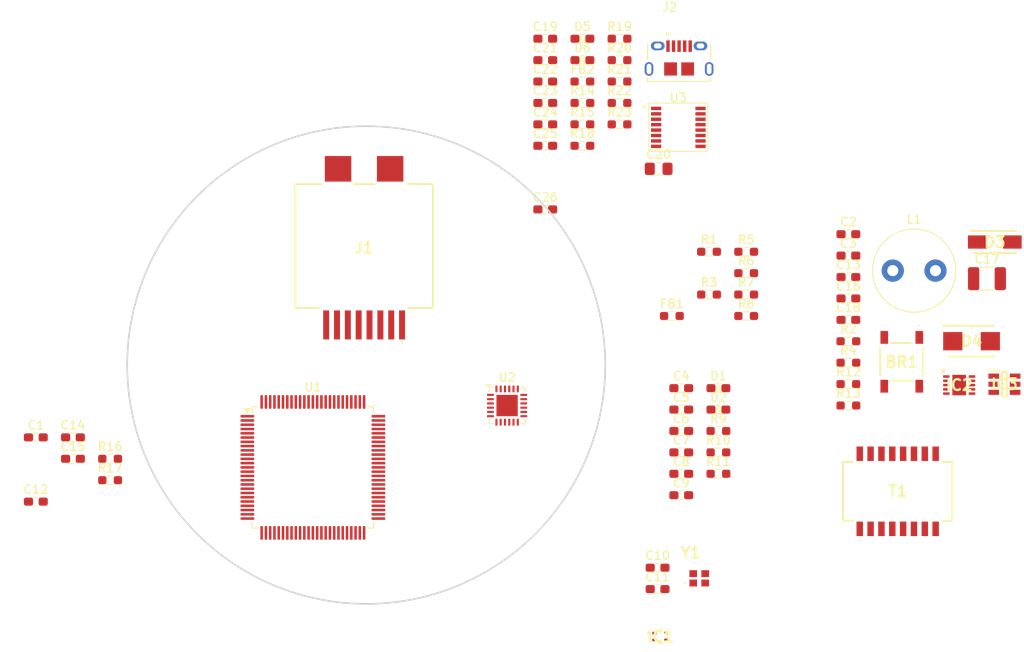
<source format=kicad_pcb>
(kicad_pcb (version 20240108) (generator "pcbnew") (generator_version "8.0")
  (layers (0 "F.Cu" signal) (31 "B.Cu" signal) (34 "B.Paste" user) (35 "F.Paste" user) (36 "B.SilkS" user "B.Silkscreen") (37 "F.SilkS" user "F.Silkscreen") (38 "B.Mask" user) (39 "F.Mask" user) (44 "Edge.Cuts" user))
  (net 0 "")
  (net 1 "GND")
  (net 2 "Net-(C1-Pad1)")
  (net 3 "Net-(BR1-+)")
  (net 4 "/Power over Ethernet/CT2")
  (net 5 "Net-(U2-VDD1A)")
  (net 6 "/Ethernet/3V3")
  (net 7 "Net-(C12-Pad2)")
  (net 8 "Net-(C12-Pad1)")
  (net 9 "Net-(U2-VDDCR)")
  (net 20 "Net-(U1-PH0)")
  (net 41 "Net-(U1-VSS-Pad10)")
  (net 75 "Net-(U1-PH1)")
  (net 107 "Net-(D1-K)")
  (net 108 "Net-(D1-A)")
  (net 109 "Net-(D2-K)")
  (net 110 "Net-(D2-A)")
  (net 111 "/Ethernet/RX_N")
  (net 112 "/Ethernet/RX_P")
  (net 113 "/Ethernet/TX_N")
  (net 114 "/Ethernet/CLK")
  (net 115 "/Power over Ethernet/CT1")
  (net 116 "/Ethernet/TX_P")
  (net 117 "Net-(U2-RBIAS)")
  (net 118 "/Ethernet/RXD0{slash}MODE0")
  (net 119 "/Ethernet/MDIO")
  (net 120 "/Ethernet/nRST")
  (net 122 "Net-(C14-Pad1)")
  (net 123 "/Ethernet/RXD1{slash}MODE1")
  (net 124 "/Ethernet/TXD1")
  (net 125 "/Ethernet/MDC")
  (net 126 "Net-(IC3-CB)")
  (net 127 "/Ethernet/TXEN")
  (net 128 "/Ethernet/RXER{slash}PHYAD0")
  (net 129 "/Ethernet/TXD0")
  (net 130 "Net-(D4-K)")
  (net 131 "Net-(J2-VCC)")
  (net 132 "/Ethernet/CRS_DV{slash}MODE2")
  (net 133 "/Power over Ethernet/3V3")
  (net 134 "Net-(IC2-RTN)")
  (net 136 "Net-(IC2-PG)")
  (net 138 "Net-(IC2-CLS)")
  (net 139 "Net-(U3-VCC)")
  (net 140 "Net-(U3-USBDM)")
  (net 141 "Net-(U3-USBDP)")
  (net 142 "Net-(U3-3V3OUT)")
  (net 145 "Net-(IC2-DET)")
  (net 146 "Net-(IC3-FB)")
  (net 147 "Net-(T1-TX1+)")
  (net 149 "Net-(T1-TX2+)")
  (net 153 "Net-(T1-TX2-)")
  (net 154 "Net-(T1-TX1-)")
  (net 155 "Net-(T1-CT2_2)")
  (net 156 "Net-(T1-CT1_2)")
  (net 157 "/Ethernet/CT1")
  (net 158 "/Ethernet/CT2")
  (net 163 "/Measurement/3V3")
  (net 164 "Net-(D5-A)")
  (net 165 "Net-(D5-K)")
  (net 166 "Net-(D6-A)")
  (net 167 "Net-(D6-K)")
  (net 168 "/Measurement/SDA")
  (net 169 "/Measurement/SCL")
  (net 170 "Net-(J2-D+)")
  (net 171 "Net-(J2-D-)")
  (net 173 "/USB/UART_TX")
  (net 174 "/USB/3V3")
  (net 175 "/USB/UART_RX")
  (net 176 "Net-(U3-~{RTS})")
  (net 177 "Net-(U3-~{CTS})")
  (footprint "benediktibk:SM13126PEL" (layer "F.Cu") (at 212.25 113.8)
    (property "Reference" "T1" (at 0 0 0) (layer "F.SilkS") (effects (font (size 1.27 1.27) (thickness 0.254))))
    (property "Value" "SM13126PEL" (hide yes))
    (pad "1" smd rect (at -4.445 4.4) (size 0.76 1.7) (layers "F.Cu" "F.Paste" "F.Mask") (net 116 "/Ethernet/TX_P"))
    (pad "2" smd rect (at -3.175 4.4) (size 0.76 1.7) (layers "F.Cu" "F.Paste" "F.Mask") (net 157 "/Ethernet/CT1"))
    (pad "3" smd rect (at -1.905 4.4) (size 0.76 1.7) (layers "F.Cu" "F.Paste" "F.Mask") (net 113 "/Ethernet/TX_N"))
    (pad "4" smd rect (at -0.635 4.4) (size 0.76 1.7) (layers "F.Cu" "F.Paste" "F.Mask"))
    (pad "5" smd rect (at 0.635 4.4) (size 0.76 1.7) (layers "F.Cu" "F.Paste" "F.Mask"))
    (pad "6" smd rect (at 1.905 4.4) (size 0.76 1.7) (layers "F.Cu" "F.Paste" "F.Mask") (net 112 "/Ethernet/RX_P"))
    (pad "7" smd rect (at 3.175 4.4) (size 0.76 1.7) (layers "F.Cu" "F.Paste" "F.Mask") (net 158 "/Ethernet/CT2"))
    (pad "8" smd rect (at 4.445 4.4) (size 0.76 1.7) (layers "F.Cu" "F.Paste" "F.Mask") (net 111 "/Ethernet/RX_N"))
    (pad "9" smd rect (at 4.445 -4.4) (size 0.76 1.7) (layers "F.Cu" "F.Paste" "F.Mask") (net 153 "Net-(T1-TX2-)"))
    (pad "10" smd rect (at 3.175 -4.4) (size 0.76 1.7) (layers "F.Cu" "F.Paste" "F.Mask") (net 155 "Net-(T1-CT2_2)"))
    (pad "11" smd rect (at 1.905 -4.4) (size 0.76 1.7) (layers "F.Cu" "F.Paste" "F.Mask") (net 149 "Net-(T1-TX2+)"))
    (pad "12" smd rect (at 0.635 -4.4) (size 0.76 1.7) (layers "F.Cu" "F.Paste" "F.Mask"))
    (pad "13" smd rect (at -0.635 -4.4) (size 0.76 1.7) (layers "F.Cu" "F.Paste" "F.Mask"))
    (pad "14" smd rect (at -1.905 -4.4) (size 0.76 1.7) (layers "F.Cu" "F.Paste" "F.Mask") (net 154 "Net-(T1-TX1-)"))
    (pad "15" smd rect (at -3.175 -4.4) (size 0.76 1.7) (layers "F.Cu" "F.Paste" "F.Mask") (net 156 "Net-(T1-CT1_2)"))
    (pad "16" smd rect (at -4.445 -4.4) (size 0.76 1.7) (layers "F.Cu" "F.Paste" "F.Mask") (net 147 "Net-(T1-TX1+)"))
  )
  (footprint "benediktibk:R_0603_1608Metric_Pad0.98x0.95mm_HandSolder" (layer "F.Cu") (at 194.5 85.72)
    (property "Reference" "R5" (at 0 -1.43 0) (layer "F.SilkS"))
    (property "Value" "47Ohm")
    (pad "1" smd roundrect (at -0.9125 0) (size 0.975 0.95) (layers "F.Cu" "F.Paste" "F.Mask") (net 5 "Net-(U2-VDD1A)"))
    (pad "2" smd roundrect (at 0.9125 0) (size 0.975 0.95) (layers "F.Cu" "F.Paste" "F.Mask") (net 111 "/Ethernet/RX_N"))
  )
  (footprint "benediktibk:C_0603_1608Metric_Pad1.08x0.95mm_HandSolder" (layer "F.Cu") (at 186.9 111.75)
    (property "Reference" "C8" (at 0 -1.43 0) (layer "F.SilkS"))
    (property "Value" "1uF")
    (pad "1" smd roundrect (at -0.8625 0) (size 1.075 0.95) (layers "F.Cu" "F.Paste" "F.Mask") (net 1 "GND"))
    (pad "2" smd roundrect (at 0.8625 0) (size 1.075 0.95) (layers "F.Cu" "F.Paste" "F.Mask") (net 9 "Net-(U2-VDDCR)"))
  )
  (footprint "benediktibk:R_0603_1608Metric_Pad0.98x0.95mm_HandSolder" (layer "F.Cu") (at 191.25 106.73)
    (property "Reference" "R9" (at 0 -1.43 0) (layer "F.SilkS"))
    (property "Value" "270Ohm")
    (pad "1" smd roundrect (at -0.9125 0) (size 0.975 0.95) (layers "F.Cu" "F.Paste" "F.Mask") (net 109 "Net-(D2-K)"))
    (pad "2" smd roundrect (at 0.9125 0) (size 0.975 0.95) (layers "F.Cu" "F.Paste" "F.Mask") (net 1 "GND"))
  )
  (footprint "benediktibk:CX2016FB25000C0FZZH1" (layer "F.Cu") (at 189 124)
    (property "Reference" "Y1" (at -1 -3 0) (layer "F.SilkS") (effects (font (size 1.27 1.27) (thickness 0.254))))
    (property "Value" "CX2016FB25000C0FZZH1" (hide yes))
    (pad "1" smd rect (at -0.7 0.55 90) (size 0.8 0.9) (layers "F.Cu" "F.Paste" "F.Mask") (net 20 "Net-(U1-PH0)"))
    (pad "2" smd rect (at 0.7 0.55 90) (size 0.8 0.9) (layers "F.Cu" "F.Paste" "F.Mask") (net 1 "GND"))
    (pad "3" smd rect (at 0.7 -0.55 90) (size 0.8 0.9) (layers "F.Cu" "F.Paste" "F.Mask") (net 75 "Net-(U1-PH1)"))
    (pad "4" smd rect (at -0.7 -0.55 90) (size 0.8 0.9) (layers "F.Cu" "F.Paste" "F.Mask") (net 1 "GND"))
  )
  (footprint "benediktibk:C_0603_1608Metric_Pad1.08x0.95mm_HandSolder" (layer "F.Cu") (at 186.9 106.73)
    (property "Reference" "C6" (at 0 -1.43 0) (layer "F.SilkS"))
    (property "Value" "100nF")
    (pad "1" smd roundrect (at -0.8625 0) (size 1.075 0.95) (layers "F.Cu" "F.Paste" "F.Mask") (net 5 "Net-(U2-VDD1A)"))
    (pad "2" smd roundrect (at 0.8625 0) (size 1.075 0.95) (layers "F.Cu" "F.Paste" "F.Mask") (net 1 "GND"))
  )
  (footprint "benediktibk:D_0603_1608Metric_Pad1.05x0.95mm_HandSolder" (layer "F.Cu") (at 191.25 104.22)
    (property "Reference" "D2" (at 0 -1.43 0) (layer "F.SilkS"))
    (property "Value" "100Mbps")
    (pad "1" smd roundrect (at -0.875 0) (size 1.05 0.95) (layers "F.Cu" "F.Paste" "F.Mask") (net 109 "Net-(D2-K)"))
    (pad "2" smd roundrect (at 0.875 0) (size 1.05 0.95) (layers "F.Cu" "F.Paste" "F.Mask") (net 110 "Net-(D2-A)"))
  )
  (footprint "benediktibk:R_0603_1608Metric_Pad0.98x0.95mm_HandSolder" (layer "F.Cu") (at 206.475 101.235)
    (property "Reference" "R12" (at 0 -1.43 0) (layer "F.SilkS"))
    (property "Value" "10kOhm")
    (pad "1" smd roundrect (at -0.9125 0) (size 0.975 0.95) (layers "F.Cu" "F.Paste" "F.Mask") (net 146 "Net-(IC3-FB)"))
    (pad "2" smd roundrect (at 0.9125 0) (size 0.975 0.95) (layers "F.Cu" "F.Paste" "F.Mask") (net 1 "GND"))
  )
  (footprint "benediktibk:C_0603_1608Metric_Pad1.08x0.95mm_HandSolder" (layer "F.Cu") (at 170.97 80.76)
    (property "Reference" "C26" (at 0 -1.43 0) (layer "F.SilkS"))
    (property "Value" "C_100nF_SMD_0603_50V")
    (pad "1" smd roundrect (at -0.8625 0) (size 1.075 0.95) (layers "F.Cu" "F.Paste" "F.Mask") (net 163 "/Measurement/3V3"))
    (pad "2" smd roundrect (at 0.8625 0) (size 1.075 0.95) (layers "F.Cu" "F.Paste" "F.Mask") (net 1 "GND"))
  )
  (footprint "benediktibk:R_0603_1608Metric_Pad0.98x0.95mm_HandSolder" (layer "F.Cu") (at 190.15 85.72)
    (property "Reference" "R1" (at 0 -1.43 0) (layer "F.SilkS"))
    (property "Value" "75Ohm")
    (pad "1" smd roundrect (at -0.9125 0) (size 0.975 0.95) (layers "F.Cu" "F.Paste" "F.Mask") (net 155 "Net-(T1-CT2_2)"))
    (pad "2" smd roundrect (at 0.9125 0) (size 0.975 0.95) (layers "F.Cu" "F.Paste" "F.Mask") (net 2 "Net-(C1-Pad1)"))
  )
  (footprint "benediktibk:R_0603_1608Metric_Pad0.98x0.95mm_HandSolder" (layer "F.Cu") (at 120 112.5)
    (property "Reference" "R17" (at 0 -1.43 0) (layer "F.SilkS"))
    (property "Value" "75Ohm")
    (pad "1" smd roundrect (at -0.9125 0) (size 0.975 0.95) (layers "F.Cu" "F.Paste" "F.Mask") (net 158 "/Ethernet/CT2"))
    (pad "2" smd roundrect (at 0.9125 0) (size 0.975 0.95) (layers "F.Cu" "F.Paste" "F.Mask") (net 8 "Net-(C12-Pad1)"))
  )
  (footprint "benediktibk:R_0603_1608Metric_Pad0.98x0.95mm_HandSolder" (layer "F.Cu") (at 206.475 103.745)
    (property "Reference" "R13" (at 0 -1.43 0) (layer "F.SilkS"))
    (property "Value" "33kOhm")
    (pad "1" smd roundrect (at -0.9125 0) (size 0.975 0.95) (layers "F.Cu" "F.Paste" "F.Mask") (net 133 "/Power over Ethernet/3V3"))
    (pad "2" smd roundrect (at 0.9125 0) (size 0.975 0.95) (layers "F.Cu" "F.Paste" "F.Mask") (net 146 "Net-(IC3-FB)"))
  )
  (footprint "benediktibk:C_0603_1608Metric_Pad1.08x0.95mm_HandSolder" (layer "F.Cu") (at 170.97 68.28)
    (property "Reference" "C23" (at 0 -1.43 0) (layer "F.SilkS"))
    (property "Value" "47pF")
    (pad "1" smd roundrect (at -0.8625 0) (size 1.075 0.95) (layers "F.Cu" "F.Paste" "F.Mask") (net 140 "Net-(U3-USBDM)"))
    (pad "2" smd roundrect (at 0.8625 0) (size 1.075 0.95) (layers "F.Cu" "F.Paste" "F.Mask") (net 1 "GND"))
  )
  (footprint "benediktibk:C_0603_1608Metric_Pad1.08x0.95mm_HandSolder" (layer "F.Cu") (at 115.65 109.99)
    (property "Reference" "C15" (at 0 -1.43 0) (layer "F.SilkS"))
    (property "Value" "1nF 3kV")
    (pad "1" smd roundrect (at -0.8625 0) (size 1.075 0.95) (layers "F.Cu" "F.Paste" "F.Mask") (net 7 "Net-(C12-Pad2)"))
    (pad "2" smd roundrect (at 0.8625 0) (size 1.075 0.95) (layers "F.Cu" "F.Paste" "F.Mask") (net 1 "GND"))
  )
  (footprint "benediktibk:C_0603_1608Metric_Pad1.08x0.95mm_HandSolder" (layer "F.Cu") (at 111.3 115.01)
    (property "Reference" "C12" (at 0 -1.43 0) (layer "F.SilkS"))
    (property "Value" "10nF 100V")
    (pad "1" smd roundrect (at -0.8625 0) (size 1.075 0.95) (layers "F.Cu" "F.Paste" "F.Mask") (net 8 "Net-(C12-Pad1)"))
    (pad "2" smd roundrect (at 0.8625 0) (size 1.075 0.95) (layers "F.Cu" "F.Paste" "F.Mask") (net 7 "Net-(C12-Pad2)"))
  )
  (footprint "benediktibk:C_0603_1608Metric_Pad1.08x0.95mm_HandSolder" (layer "F.Cu") (at 206.475 91.195)
    (property "Reference" "C16" (at 0 -1.43 0) (layer "F.SilkS"))
    (property "Value" "68nF 100V")
    (pad "1" smd roundrect (at -0.8625 0) (size 1.075 0.95) (layers "F.Cu" "F.Paste" "F.Mask") (net 3 "Net-(BR1-+)"))
    (pad "2" smd roundrect (at 0.8625 0) (size 1.075 0.95) (layers "F.Cu" "F.Paste" "F.Mask") (net 1 "GND"))
  )
  (footprint "benediktibk:R_0603_1608Metric_Pad0.98x0.95mm_HandSolder" (layer "F.Cu") (at 120 109.99)
    (property "Reference" "R16" (at 0 -1.43 0) (layer "F.SilkS"))
    (property "Value" "75Ohm")
    (pad "1" smd roundrect (at -0.9125 0) (size 0.975 0.95) (layers "F.Cu" "F.Paste" "F.Mask") (net 157 "/Ethernet/CT1"))
    (pad "2" smd roundrect (at 0.9125 0) (size 0.975 0.95) (layers "F.Cu" "F.Paste" "F.Mask") (net 122 "Net-(C14-Pad1)"))
  )
  (footprint "benediktibk:SOT95P280X110-6N" (layer "F.Cu") (at 224.75 101.25)
    (property "Reference" "IC3" (at 0 0 0) (layer "F.SilkS") (effects (font (size 1.27 1.27) (thickness 0.254))))
    (property "Value" "LV2862XLVDDCR" (hide yes))
    (pad "1" smd rect (at -1.25 -0.95 90) (size 0.6 1.25) (layers "F.Cu" "F.Paste" "F.Mask") (net 126 "Net-(IC3-CB)"))
    (pad "2" smd rect (at -1.25 0 90) (size 0.6 1.25) (layers "F.Cu" "F.Paste" "F.Mask") (net 1 "GND"))
    (pad "3" smd rect (at -1.25 0.95 90) (size 0.6 1.25) (layers "F.Cu" "F.Paste" "F.Mask") (net 146 "Net-(IC3-FB)"))
    (pad "4" smd rect (at 1.25 0.95 90) (size 0.6 1.25) (layers "F.Cu" "F.Paste" "F.Mask") (net 136 "Net-(IC2-PG)"))
    (pad "5" smd rect (at 1.25 0 90) (size 0.6 1.25) (layers "F.Cu" "F.Paste" "F.Mask") (net 3 "Net-(BR1-+)"))
    (pad "6" smd rect (at 1.25 -0.95 90) (size 0.6 1.25) (layers "F.Cu" "F.Paste" "F.Mask") (net 130 "Net-(D4-K)"))
  )
  (footprint "benediktibk:QFN-24-1EP_4x4mm_P0.5mm_EP2.5x2.5mm" (layer "F.Cu") (at 166.5 103.75)
    (property "Reference" "U2" (at 0 -3.3 0) (layer "F.SilkS"))
    (property "Value" "LAN8720A")
    (pad "1" smd roundrect (at -1.95 -1.25) (size 0.8 0.25) (layers "F.Cu" "F.Paste" "F.Mask") (net 5 "Net-(U2-VDD1A)"))
    (pad "2" smd roundrect (at -1.95 -0.75) (size 0.8 0.25) (layers "F.Cu" "F.Paste" "F.Mask") (net 110 "Net-(D2-A)"))
    (pad "3" smd roundrect (at -1.95 -0.25) (size 0.8 0.25) (layers "F.Cu" "F.Paste" "F.Mask") (net 108 "Net-(D1-A)"))
    (pad "4" smd roundrect (at -1.95 0.25) (size 0.8 0.25) (layers "F.Cu" "F.Paste" "F.Mask"))
    (pad "5" smd roundrect (at -1.95 0.75) (size 0.8 0.25) (layers "F.Cu" "F.Paste" "F.Mask") (net 114 "/Ethernet/CLK"))
    (pad "6" smd roundrect (at -1.95 1.25) (size 0.8 0.25) (layers "F.Cu" "F.Paste" "F.Mask") (net 9 "Net-(U2-VDDCR)"))
    (pad "7" smd roundrect (at -1.25 1.95) (size 0.25 0.8) (layers "F.Cu" "F.Paste" "F.Mask") (net 123 "/Ethernet/RXD1{slash}MODE1"))
    (pad "8" smd roundrect (at -0.75 1.95) (size 0.25 0.8) (layers "F.Cu" "F.Paste" "F.Mask") (net 118 "/Ethernet/RXD0{slash}MODE0"))
    (pad "9" smd roundrect (at -0.25 1.95) (size 0.25 0.8) (layers "F.Cu" "F.Paste" "F.Mask") (net 5 "Net-(U2-VDD1A)"))
    (pad "10" smd roundrect (at 0.25 1.95) (size 0.25 0.8) (layers "F.Cu" "F.Paste" "F.Mask") (net 128 "/Ethernet/RXER{slash}PHYAD0"))
    (pad "11" smd roundrect (at 0.75 1.95) (size 0.25 0.8) (layers "F.Cu" "F.Paste" "F.Mask") (net 132 "/Ethernet/CRS_DV{slash}MODE2"))
    (pad "12" smd roundrect (at 1.25 1.95) (size 0.25 0.8) (layers "F.Cu" "F.Paste" "F.Mask") (net 119 "/Ethernet/MDIO"))
    (pad "13" smd roundrect (at 1.95 1.25) (size 0.8 0.25) (layers "F.Cu" "F.Paste" "F.Mask") (net 125 "/Ethernet/MDC"))
    (pad "14" smd roundrect (at 1.95 0.75) (size 0.8 0.25) (layers "F.Cu" "F.Paste" "F.Mask"))
    (pad "15" smd roundrect (at 1.95 0.25) (size 0.8 0.25) (layers "F.Cu" "F.Paste" "F.Mask") (net 120 "/Ethernet/nRST"))
    (pad "16" smd roundrect (at 1.95 -0.25) (size 0.8 0.25) (layers "F.Cu" "F.Paste" "F.Mask") (net 127 "/Ethernet/TXEN"))
    (pad "17" smd roundrect (at 1.95 -0.75) (size 0.8 0.25) (layers "F.Cu" "F.Paste" "F.Mask") (net 129 "/Ethernet/TXD0"))
    (pad "18" smd roundrect (at 1.95 -1.25) (size 0.8 0.25) (layers "F.Cu" "F.Paste" "F.Mask") (net 124 "/Ethernet/TXD1"))
    (pad "19" smd roundrect (at 1.25 -1.95) (size 0.25 0.8) (layers "F.Cu" "F.Paste" "F.Mask") (net 5 "Net-(U2-VDD1A)"))
    (pad "20" smd roundrect (at 0.75 -1.95) (size 0.25 0.8) (layers "F.Cu" "F.Paste" "F.Mask") (net 113 "/Ethernet/TX_N"))
    (pad "21" smd roundrect (at 0.25 -1.95) (size 0.25 0.8) (layers "F.Cu" "F.Paste" "F.Mask") (net 116 "/Ethernet/TX_P"))
    (pad "22" smd roundrect (at -0.25 -1.95) (size 0.25 0.8) (layers "F.Cu" "F.Paste" "F.Mask") (net 111 "/Ethernet/RX_N"))
    (pad "23" smd roundrect (at -0.75 -1.95) (size 0.25 0.8) (layers "F.Cu" "F.Paste" "F.Mask") (net 112 "/Ethernet/RX_P"))
    (pad "24" smd roundrect (at -1.25 -1.95) (size 0.25 0.8) (layers "F.Cu" "F.Paste" "F.Mask") (net 117 "Net-(U2-RBIAS)"))
    (pad "25" smd rect (at 0 0) (size 2.5 2.5) (property pad_prop_heatsink) (layers "F.Cu" "F.Mask") (net 1 "GND"))
  )
  (footprint "benediktibk:C_0603_1608Metric_Pad1.08x0.95mm_HandSolder" (layer "F.Cu") (at 170.97 60.75)
    (property "Reference" "C19" (at 0 -1.43 0) (layer "F.SilkS"))
    (property "Value" "10nF")
    (pad "1" smd roundrect (at -0.8625 0) (size 1.075 0.95) (layers "F.Cu" "F.Paste" "F.Mask") (net 131 "Net-(J2-VCC)"))
    (pad "2" smd roundrect (at 0.8625 0) (size 1.075 0.95) (layers "F.Cu" "F.Paste" "F.Mask") (net 1 "GND"))
  )
  (footprint "benediktibk:C_0603_1608Metric_Pad1.08x0.95mm_HandSolder" (layer "F.Cu") (at 184.125 125.265)
    (property "Reference" "C11" (at 0 -1.43 0) (layer "F.SilkS"))
    (property "Value" "3.5pF")
    (pad "1" smd roundrect (at -0.8625 0) (size 1.075 0.95) (layers "F.Cu" "F.Paste" "F.Mask") (net 75 "Net-(U1-PH1)"))
    (pad "2" smd roundrect (at 0.8625 0) (size 1.075 0.95) (layers "F.Cu" "F.Paste" "F.Mask") (net 1 "GND"))
  )
  (footprint "benediktibk:C_0603_1608Metric_Pad1.08x0.95mm_HandSolder" (layer "F.Cu") (at 170.97 70.79)
    (property "Reference" "C24" (at 0 -1.43 0) (layer "F.SilkS"))
    (property "Value" "47pF")
    (pad "1" smd roundrect (at -0.8625 0) (size 1.075 0.95) (layers "F.Cu" "F.Paste" "F.Mask") (net 141 "Net-(U3-USBDP)"))
    (pad "2" smd roundrect (at 0.8625 0) (size 1.075 0.95) (layers "F.Cu" "F.Paste" "F.Mask") (net 1 "GND"))
  )
  (footprint "benediktibk:R_0603_1608Metric_Pad0.98x0.95mm_HandSolder" (layer "F.Cu") (at 175.32 70.79)
    (property "Reference" "R15" (at 0 -1.43 0) (layer "F.SilkS"))
    (property "Value" "27Ohm")
    (pad "1" smd roundrect (at -0.9125 0) (size 0.975 0.95) (layers "F.Cu" "F.Paste" "F.Mask") (net 141 "Net-(U3-USBDP)"))
    (pad "2" smd roundrect (at 0.9125 0) (size 0.975 0.95) (layers "F.Cu" "F.Paste" "F.Mask") (net 170 "Net-(J2-D+)"))
  )
  (footprint "benediktibk:ABS8" (layer "F.Cu") (at 212.725 98.62)
    (property "Reference" "BR1" (at 0 0 0) (layer "F.SilkS") (effects (font (size 1.27 1.27) (thickness 0.254))))
    (property "Value" "ABS8" (hide yes))
    (pad "1" smd rect (at 2.05 -2.86) (size 0.9 1.5) (layers "F.Cu" "F.Paste" "F.Mask") (net 3 "Net-(BR1-+)"))
    (pad "2" smd rect (at 2.05 2.86) (size 0.9 1.5) (layers "F.Cu" "F.Paste" "F.Mask") (net 115 "/Power over Ethernet/CT1"))
    (pad "3" smd rect (at -2.05 2.86) (size 0.9 1.5) (layers "F.Cu" "F.Paste" "F.Mask") (net 4 "/Power over Ethernet/CT2"))
    (pad "4" smd rect (at -2.05 -2.86) (size 0.9 1.5) (layers "F.Cu" "F.Paste" "F.Mask") (net 1 "GND"))
  )
  (footprint "benediktibk:C_1210_3225Metric_Pad1.33x2.70mm_HandSolder" (layer "F.Cu") (at 222.705 88.875)
    (property "Reference" "C17" (at 0 -2.3 0) (layer "F.SilkS"))
    (property "Value" "10uF")
    (pad "1" smd roundrect (at -1.5625 0) (size 1.325 2.7) (layers "F.Cu" "F.Paste" "F.Mask") (roundrect_rratio 0.188679) (net 133 "/Power over Ethernet/3V3"))
    (pad "2" smd roundrect (at 1.5625 0) (size 1.325 2.7) (layers "F.Cu" "F.Paste" "F.Mask") (roundrect_rratio 0.188679) (net 1 "GND"))
  )
  (footprint "benediktibk:R_0603_1608Metric_Pad0.98x0.95mm_HandSolder" (layer "F.Cu") (at 194.5 93.25)
    (property "Reference" "R8" (at 0 -1.43 0) (layer "F.SilkS"))
    (property "Value" "47Ohm")
    (pad "1" smd roundrect (at -0.9125 0) (size 0.975 0.95) (layers "F.Cu" "F.Paste" "F.Mask") (net 5 "Net-(U2-VDD1A)"))
    (pad "2" smd roundrect (at 0.9125 0) (size 0.975 0.95) (layers "F.Cu" "F.Paste" "F.Mask") (net 116 "/Ethernet/TX_P"))
  )
  (footprint "benediktibk:C_0603_1608Metric_Pad1.08x0.95mm_HandSolder" (layer "F.Cu") (at 170.97 65.77)
    (property "Reference" "C22" (at 0 -1.43 0) (layer "F.SilkS"))
    (property "Value" "100nF")
    (pad "1" smd roundrect (at -0.8625 0) (size 1.075 0.95) (layers "F.Cu" "F.Paste" "F.Mask") (net 139 "Net-(U3-VCC)"))
    (pad "2" smd roundrect (at 0.8625 0) (size 1.075 0.95) (layers "F.Cu" "F.Paste" "F.Mask") (net 1 "GND"))
  )
  (footprint "benediktibk:R_0603_1608Metric_Pad0.98x0.95mm_HandSolder" (layer "F.Cu") (at 206.475 96.215)
    (property "Reference" "R2" (at 0 -1.43 0) (layer "F.SilkS"))
    (property "Value" "619Ohm")
    (pad "1" smd roundrect (at -0.9125 0) (size 0.975 0.95) (layers "F.Cu" "F.Paste" "F.Mask") (net 138 "Net-(IC2-CLS)"))
    (pad "2" smd roundrect (at 0.9125 0) (size 0.975 0.95) (layers "F.Cu" "F.Paste" "F.Mask") (net 1 "GND"))
  )
  (footprint "benediktibk:D_0603_1608Metric_Pad1.05x0.95mm_HandSolder" (layer "F.Cu") (at 191.25 101.71)
    (property "Reference" "D1" (at 0 -1.43 0) (layer "F.SilkS"))
    (property "Value" "link/active")
    (pad "1" smd roundrect (at -0.875 0) (size 1.05 0.95) (layers "F.Cu" "F.Paste" "F.Mask") (net 107 "Net-(D1-K)"))
    (pad "2" smd roundrect (at 0.875 0) (size 1.05 0.95) (layers "F.Cu" "F.Paste" "F.Mask") (net 108 "Net-(D1-A)"))
  )
  (footprint "benediktibk:R_0603_1608Metric_Pad0.98x0.95mm_HandSolder" (layer "F.Cu") (at 175.32 65.77)
    (property "Reference" "FB2" (at 0 -1.43 0) (layer "F.SilkS"))
    (property "Value" "BLM18P")
    (pad "1" smd roundrect (at -0.9125 0) (size 0.975 0.95) (layers "F.Cu" "F.Paste" "F.Mask") (net 131 "Net-(J2-VCC)"))
    (pad "2" smd roundrect (at 0.9125 0) (size 0.975 0.95) (layers "F.Cu" "F.Paste" "F.Mask") (net 139 "Net-(U3-VCC)"))
  )
  (footprint "benediktibk:R_0603_1608Metric_Pad0.98x0.95mm_HandSolder" (layer "F.Cu") (at 179.67 68.28)
    (property "Reference" "R22" (at 0 -1.43 0) (layer "F.SilkS"))
    (property "Value" "10kOhm")
    (pad "1" smd roundrect (at -0.9125 0) (size 0.975 0.95) (layers "F.Cu" "F.Paste" "F.Mask") (net 174 "/USB/3V3"))
    (pad "2" smd roundrect (at 0.9125 0) (size 0.975 0.95) (layers "F.Cu" "F.Paste" "F.Mask") (net 176 "Net-(U3-~{RTS})"))
  )
  (footprint "benediktibk:SSOP-16_3.9x4.9mm_P0.635mm" (layer "F.Cu") (at 186.555 71.145)
    (property "Reference" "U3" (at 0 -3.5 0) (layer "F.SilkS"))
    (property "Value" "FT230XS")
    (pad "1" smd rect (at -2.6 -2.2225) (size 1.2 0.4) (layers "F.Cu" "F.Paste" "F.Mask") (net 173 "/USB/UART_TX"))
    (pad "2" smd rect (at -2.6 -1.5875) (size 1.2 0.4) (layers "F.Cu" "F.Paste" "F.Mask") (net 176 "Net-(U3-~{RTS})"))
    (pad "3" smd rect (at -2.6 -0.9525) (size 1.2 0.4) (layers "F.Cu" "F.Paste" "F.Mask") (net 142 "Net-(U3-3V3OUT)"))
    (pad "4" smd rect (at -2.6 -0.3175) (size 1.2 0.4) (layers "F.Cu" "F.Paste" "F.Mask") (net 175 "/USB/UART_RX"))
    (pad "5" smd rect (at -2.6 0.3175) (size 1.2 0.4) (layers "F.Cu" "F.Paste" "F.Mask") (net 1 "GND"))
    (pad "6" smd rect (at -2.6 0.9525) (size 1.2 0.4) (layers "F.Cu" "F.Paste" "F.Mask") (net 177 "Net-(U3-~{CTS})"))
    (pad "7" smd rect (at -2.6 1.5875) (size 1.2 0.4) (layers "F.Cu" "F.Paste" "F.Mask") (net 167 "Net-(D6-K)"))
    (pad "8" smd rect (at -2.6 2.2225) (size 1.2 0.4) (layers "F.Cu" "F.Paste" "F.Mask") (net 141 "Net-(U3-USBDP)"))
    (pad "9" smd rect (at 2.6 2.2225) (size 1.2 0.4) (layers "F.Cu" "F.Paste" "F.Mask") (net 140 "Net-(U3-USBDM)"))
    (pad "10" smd rect (at 2.6 1.5875) (size 1.2 0.4) (layers "F.Cu" "F.Paste" "F.Mask") (net 142 "Net-(U3-3V3OUT)"))
    (pad "11" smd rect (at 2.6 0.9525) (size 1.2 0.4) (layers "F.Cu" "F.Paste" "F.Mask") (net 142 "Net-(U3-3V3OUT)"))
    (pad "12" smd rect (at 2.6 0.3175) (size 1.2 0.4) (layers "F.Cu" "F.Paste" "F.Mask") (net 139 "Net-(U3-VCC)"))
    (pad "13" smd rect (at 2.6 -0.3175) (size 1.2 0.4) (layers "F.Cu" "F.Paste" "F.Mask") (net 1 "GND"))
    (pad "14" smd rect (at 2.6 -0.9525) (size 1.2 0.4) (layers "F.Cu" "F.Paste" "F.Mask") (net 165 "Net-(D5-K)"))
    (pad "15" smd rect (at 2.6 -1.5875) (size 1.2 0.4) (layers "F.Cu" "F.Paste" "F.Mask"))
    (pad "16" smd rect (at 2.6 -2.2225) (size 1.2 0.4) (layers "F.Cu" "F.Paste" "F.Mask"))
  )
  (footprint "benediktibk:C_0805_2012Metric_Pad1.18x1.45mm_HandSolder" (layer "F.Cu") (at 184.25 76)
    (property "Reference" "C20" (at 0 -1.68 0) (layer "F.SilkS"))
    (property "Value" "4.7uF")
    (pad "1" smd roundrect (at -1.0375 0) (size 1.175 1.45) (layers "F.Cu" "F.Paste" "F.Mask") (roundrect_rratio 0.212766) (net 139 "Net-(U3-VCC)"))
    (pad "2" smd roundrect (at 1.0375 0) (size 1.175 1.45) (layers "F.Cu" "F.Paste" "F.Mask") (roundrect_rratio 0.212766) (net 1 "GND"))
  )
  (footprint "benediktibk:C_0603_1608Metric_Pad1.08x0.95mm_HandSolder" (layer "F.Cu") (at 170.97 73.3)
    (property "Reference" "C25" (at 0 -1.43 0) (layer "F.SilkS"))
    (property "Value" "100nF")
    (pad "1" smd roundrect (at -0.8625 0) (size 1.075 0.95) (layers "F.Cu" "F.Paste" "F.Mask") (net 142 "Net-(U3-3V3OUT)"))
    (pad "2" smd roundrect (at 0.8625 0) (size 1.075 0.95) (layers "F.Cu" "F.Paste" "F.Mask") (net 1 "GND"))
  )
  (footprint "benediktibk:LQFP-100_14x14mm_P0.5mm" (layer "F.Cu") (at 143.75 111)
    (property "Reference" "U1" (at 0 -9.42 0) (layer "F.SilkS"))
    (property "Value" "STM32F407V_E-G_Tx")
    (pad "1" smd roundrect (at -7.675 -6) (size 1.6 0.3) (layers "F.Cu" "F.Paste" "F.Mask"))
    (pad "2" smd roundrect (at -7.675 -5.5) (size 1.6 0.3) (layers "F.Cu" "F.Paste" "F.Mask"))
    (pad "3" smd roundrect (at -7.675 -5) (size 1.6 0.3) (layers "F.Cu" "F.Paste" "F.Mask"))
    (pad "4" smd roundrect (at -7.675 -4.5) (size 1.6 0.3) (layers "F.Cu" "F.Paste" "F.Mask"))
    (pad "5" smd roundrect (at -7.675 -4) (size 1.6 0.3) (layers "F.Cu" "F.Paste" "F.Mask"))
    (pad "6" smd roundrect (at -7.675 -3.5) (size 1.6 0.3) (layers "F.Cu" "F.Paste" "F.Mask"))
    (pad "7" smd roundrect (at -7.675 -3) (size 1.6 0.3) (layers "F.Cu" "F.Paste" "F.Mask"))
    (pad "8" smd roundrect (at -7.675 -2.5) (size 1.6 0.3) (layers "F.Cu" "F.Paste" "F.Mask"))
    (pad "9" smd roundrect (at -7.675 -2) (size 1.6 0.3) (layers "F.Cu" "F.Paste" "F.Mask"))
    (pad "10" smd roundrect (at -7.675 -1.5) (size 1.6 0.3) (layers "F.Cu" "F.Paste" "F.Mask") (net 41 "Net-(U1-VSS-Pad10)"))
    (pad "11" smd roundrect (at -7.675 -1) (size 1.6 0.3) (layers "F.Cu" "F.Paste" "F.Mask"))
    (pad "12" smd roundrect (at -7.675 -0.5) (size 1.6 0.3) (layers "F.Cu" "F.Paste" "F.Mask") (net 20 "Net-(U1-PH0)"))
    (pad "13" smd roundrect (at -7.675 0) (size 1.6 0.3) (layers "F.Cu" "F.Paste" "F.Mask") (net 75 "Net-(U1-PH1)"))
    (pad "14" smd roundrect (at -7.675 0.5) (size 1.6 0.3) (layers "F.Cu" "F.Paste" "F.Mask"))
    (pad "15" smd roundrect (at -7.675 1) (size 1.6 0.3) (layers "F.Cu" "F.Paste" "F.Mask"))
    (pad "16" smd roundrect (at -7.675 1.5) (size 1.6 0.3) (layers "F.Cu" "F.Paste" "F.Mask"))
    (pad "17" smd roundrect (at -7.675 2) (size 1.6 0.3) (layers "F.Cu" "F.Paste" "F.Mask"))
    (pad "18" smd roundrect (at -7.675 2.5) (size 1.6 0.3) (layers "F.Cu" "F.Paste" "F.Mask"))
    (pad "19" smd roundrect (at -7.675 3) (size 1.6 0.3) (layers "F.Cu" "F.Paste" "F.Mask"))
    (pad "20" smd roundrect (at -7.675 3.5) (size 1.6 0.3) (layers "F.Cu" "F.Paste" "F.Mask"))
    (pad "21" smd roundrect (at -7.675 4) (size 1.6 0.3) (layers "F.Cu" "F.Paste" "F.Mask"))
    (pad "22" smd roundrect (at -7.675 4.5) (size 1.6 0.3) (layers "F.Cu" "F.Paste" "F.Mask"))
    (pad "23" smd roundrect (at -7.675 5) (size 1.6 0.3) (layers "F.Cu" "F.Paste" "F.Mask"))
    (pad "24" smd roundrect (at -7.675 5.5) (size 1.6 0.3) (layers "F.Cu" "F.Paste" "F.Mask"))
    (pad "25" smd roundrect (at -7.675 6) (size 1.6 0.3) (layers "F.Cu" "F.Paste" "F.Mask"))
    (pad "26" smd roundrect (at -6 7.675) (size 0.3 1.6) (layers "F.Cu" "F.Paste" "F.Mask"))
    (pad "27" smd roundrect (at -5.5 7.675) (size 0.3 1.6) (layers "F.Cu" "F.Paste" "F.Mask") (net 41 "Net-(U1-VSS-Pad10)"))
    (pad "28" smd roundrect (at -5 7.675) (size 0.3 1.6) (layers "F.Cu" "F.Paste" "F.Mask"))
    (pad "29" smd roundrect (at -4.5 7.675) (size 0.3 1.6) (layers "F.Cu" "F.Paste" "F.Mask"))
    (pad "30" smd roundrect (at -4 7.675) (size 0.3 1.6) (layers "F.Cu" "F.Paste" "F.Mask"))
    (pad "31" smd roundrect (at -3.5 7.675) (size 0.3 1.6) (layers "F.Cu" "F.Paste" "F.Mask"))
    (pad "32" smd roundrect (at -3 7.675) (size 0.3 1.6) (layers "F.Cu" "F.Paste" "F.Mask"))
    (pad "33" smd roundrect (at -2.5 7.675) (size 0.3 1.6) (layers "F.Cu" "F.Paste" "F.Mask"))
    (pad "34" smd roundrect (at -2 7.675) (size 0.3 1.6) (layers "F.Cu" "F.Paste" "F.Mask"))
    (pad "35" smd roundrect (at -1.5 7.675) (size 0.3 1.6) (layers "F.Cu" "F.Paste" "F.Mask"))
    (pad "36" smd roundrect (at -1 7.675) (size 0.3 1.6) (layers "F.Cu" "F.Paste" "F.Mask"))
    (pad "37" smd roundrect (at -0.5 7.675) (size 0.3 1.6) (layers "F.Cu" "F.Paste" "F.Mask"))
    (pad "38" smd roundrect (at 0 7.675) (size 0.3 1.6) (layers "F.Cu" "F.Paste" "F.Mask"))
    (pad "39" smd roundrect (at 0.5 7.675) (size 0.3 1.6) (layers "F.Cu" "F.Paste" "F.Mask"))
    (pad "40" smd roundrect (at 1 7.675) (size 0.3 1.6) (layers "F.Cu" "F.Paste" "F.Mask"))
    (pad "41" smd roundrect (at 1.5 7.675) (size 0.3 1.6) (layers "F.Cu" "F.Paste" "F.Mask"))
    (pad "42" smd roundrect (at 2 7.675) (size 0.3 1.6) (layers "F.Cu" "F.Paste" "F.Mask"))
    (pad "43" smd roundrect (at 2.5 7.675) (size 0.3 1.6) (layers "F.Cu" "F.Paste" "F.Mask"))
    (pad "44" smd roundrect (at 3 7.675) (size 0.3 1.6) (layers "F.Cu" "F.Paste" "F.Mask"))
    (pad "45" smd roundrect (at 3.5 7.675) (size 0.3 1.6) (layers "F.Cu" "F.Paste" "F.Mask"))
    (pad "46" smd roundrect (at 4 7.675) (size 0.3 1.6) (layers "F.Cu" "F.Paste" "F.Mask"))
    (pad "47" smd roundrect (at 4.5 7.675) (size 0.3 1.6) (layers "F.Cu" "F.Paste" "F.Mask"))
    (pad "48" smd roundrect (at 5 7.675) (size 0.3 1.6) (layers "F.Cu" "F.Paste" "F.Mask"))
    (pad "49" smd roundrect (at 5.5 7.675) (size 0.3 1.6) (layers "F.Cu" "F.Paste" "F.Mask"))
    (pad "50" smd roundrect (at 6 7.675) (size 0.3 1.6) (layers "F.Cu" "F.Paste" "F.Mask"))
    (pad "51" smd roundrect (at 7.675 6) (size 1.6 0.3) (layers "F.Cu" "F.Paste" "F.Mask"))
    (pad "52" smd roundrect (at 7.675 5.5) (size 1.6 0.3) (layers "F.Cu" "F.Paste" "F.Mask"))
    (pad "53" smd roundrect (at 7.675 5) (size 1.6 0.3) (layers "F.Cu" "F.Paste" "F.Mask"))
    (pad "54" smd roundrect (at 7.675 4.5) (size 1.6 0.3) (layers "F.Cu" "F.Paste" "F.Mask"))
    (pad "55" smd roundrect (at 7.675 4) (size 1.6 0.3) (layers "F.Cu" "F.Paste" "F.Mask"))
    (pad "56" smd roundrect (at 7.675 3.5) (size 1.6 0.3) (layers "F.Cu" "F.Paste" "F.Mask"))
    (pad "57" smd roundrect (at 7.675 3) (size 1.6 0.3) (layers "F.Cu" "F.Paste" "F.Mask"))
    (pad "58" smd roundrect (at 7.675 2.5) (size 1.6 0.3) (layers "F.Cu" "F.Paste" "F.Mask"))
    (pad "59" smd roundrect (at 7.675 2) (size 1.6 0.3) (layers "F.Cu" "F.Paste" "F.Mask"))
    (pad "60" smd roundrect (at 7.675 1.5) (size 1.6 0.3) (layers "F.Cu" "F.Paste" "F.Mask"))
    (pad "61" smd roundrect (at 7.675 1) (size 1.6 0.3) (layers "F.Cu" "F.Paste" "F.Mask"))
    (pad "62" smd roundrect (at 7.675 0.5) (size 1.6 0.3) (layers "F.Cu" "F.Paste" "F.Mask"))
    (pad "63" smd roundrect (at 7.675 0) (size 1.6 0.3) (layers "F.Cu" "F.Paste" "F.Mask"))
    (pad "64" smd roundrect (at 7.675 -0.5) (size 1.6 0.3) (layers "F.Cu" "F.Paste" "F.Mask"))
    (pad "65" smd roundrect (at 7.675 -1) (size 1.6 0.3) (layers "F.Cu" "F.Paste" "F.Mask"))
    (pad "66" smd roundrect (at 7.675 -1.5) (size 1.6 0.3) (layers "F.Cu" "F.Paste" "F.Mask"))
    (pad "67" smd roundrect (at 7.675 -2) (size 1.6 0.3) (layers "F.Cu" "F.Paste" "F.Mask"))
    (pad "68" smd roundrect (at 7.675 -2.5) (size 1.6 0.3) (layers "F.Cu" "F.Paste" "F.Mask"))
    (pad "69" smd roundrect (at 7.675 -3) (size 1.6 0.3) (layers "F.Cu" "F.Paste" "F.Mask"))
    (pad "70" smd roundrect (at 7.675 -3.5) (size 1.6 0.3) (layers "F.Cu" "F.Paste" "F.Mask"))
    (pad "71" smd roundrect (at 7.675 -4) (size 1.6 0.3) (layers "F.Cu" "F.Paste" "F.Mask"))
    (pad "72" smd roundrect (at 7.675 -4.5) (size 1.6 0.3) (layers "F.Cu" "F.Paste" "F.Mask"))
    (pad "73" smd roundrect (at 7.675 -5) (size 1.6 0.3) (layers "F.Cu" "F.Paste" "F.Mask"))
    (pad "74" smd roundrect (at 7.675 -5.5) (size 1.6 0.3) (layers "F.Cu" "F.Paste" "F.Mask") (net 41 "Net-(U1-VSS-Pad10)"))
    (pad "75" smd roundrect (at 7.675 -6) (size 1.6 0.3) (layers "F.Cu" "F.Paste" "F.Mask"))
    (pad "76" smd roundrect (at 6 -7.675) (size 0.3 1.6) (layers "F.Cu" "F.Paste" "F.Mask"))
    (pad "77" smd roundrect (at 5.5 -7.675) (size 0.3 1.6) (layers "F.Cu" "F.Paste" "F.Mask"))
    (pad "78" smd roundrect (at 5 -7.675) (size 0.3 1.6) (layers "F.Cu" "F.Paste" "F.Mask"))
    (pad "79" smd roundrect (at 4.5 -7.675) (size 0.3 1.6) (layers "F.Cu" "F.Paste" "F.Mask"))
    (pad "80" smd roundrect (at 4 -7.675) (size 0.3 1.6) (layers "F.Cu" "F.Paste" "F.Mask"))
    (pad "81" smd roundrect (at 3.5 -7.675) (size 0.3 1.6) (layers "F.Cu" "F.Paste" "F.Mask"))
    (pad "82" smd roundrect (at 3 -7.675) (size 0.3 1.6) (layers "F.Cu" "F.Paste" "F.Mask"))
    (pad "83" smd roundrect (at 2.5 -7.675) (size 0.3 1.6) (layers "F.Cu" "F.Paste" "F.Mask"))
    (pad "84" smd roundrect (at 2 -7.675) (size 0.3 1.6) (layers "F.Cu" "F.Paste" "F.Mask"))
    (pad "85" smd roundrect (at 1.5 -7.675) (size 0.3 1.6) (layers "F.Cu" "F.Paste" "F.Mask"))
    (pad "86" smd roundrect (at 1 -7.675) (size 0.3 1.6) (layers "F.Cu" "F.Paste" "F.Mask"))
    (pad "87" smd roundrect (at 0.5 -7.675) (size 0.3 1.6) (layers "F.Cu" "F.Paste" "F.Mask"))
    (pad "88" smd roundrect (at 0 -7.675) (size 0.3 1.6) (layers "F.Cu" "F.Paste" "F.Mask"))
    (pad "89" smd roundrect (at -0.5 -7.675) (size 0.3 1.6) (layers "F.Cu" "F.Paste" "F.Mask"))
    (pad "90" smd roundrect (at -1 -7.675) (size 0.3 1.6) (layers "F.Cu" "F.Paste" "F.Mask"))
    (pad "91" smd roundrect (at -1.5 -7.675) (size 0.3 1.6) (layers "F.Cu" "F.Paste" "F.Mask"))
    (pad "92" smd roundrect (at -2 -7.675) (size 0.3 1.6) (layers "F.Cu" "F.Paste" "F.Mask"))
    (pad "93" smd roundrect (at -2.5 -7.675) (size 0.3 1.6) (layers "F.Cu" "F.Paste" "F.Mask"))
    (pad "94" smd roundrect (at -3 -7.675) (size 0.3 1.6) (layers "F.Cu" "F.Paste" "F.Mask"))
    (pad "95" smd roundrect (at -3.5 -7.675) (size 0.3 1.6) (layers "F.Cu" "F.Paste" "F.Mask"))
    (pad "96" smd roundrect (at -4 -7.675) (size 0.3 1.6) (layers "F.Cu" "F.Paste" "F.Mask"))
    (pad "97" smd roundrect (at -4.5 -7.675) (size 0.3 1.6) (layers "F.Cu" "F.Paste" "F.Mask"))
    (pad "98" smd roundrect (at -5 -7.675) (size 0.3 1.6) (layers "F.Cu" "F.Paste" "F.Mask"))
    (pad "99" smd roundrect (at -5.5 -7.675) (size 0.3 1.6) (layers "F.Cu" "F.Paste" "F.Mask") (net 41 "Net-(U1-VSS-Pad10)"))
    (pad "100" smd roundrect (at -6 -7.675) (size 0.3 1.6) (layers "F.Cu" "F.Paste" "F.Mask"))
  )
  (footprint "benediktibk:C_0603_1608Metric_Pad1.08x0.95mm_HandSolder" (layer "F.Cu") (at 186.9 104.22)
    (property "Reference" "C5" (at 0 -1.43 0) (layer "F.SilkS"))
    (property "Value" "100nF")
    (pad "1" smd roundrect (at -0.8625 0) (size 1.075 0.95) (layers "F.Cu" "F.Paste" "F.Mask") (net 5 "Net-(U2-VDD1A)"))
    (pad "2" smd roundrect (at 0.8625 0) (size 1.075 0.95) (layers "F.Cu" "F.Paste" "F.Mask") (net 1 "GND"))
  )
  (footprint "benediktibk:AMPHENOL_10118194-0001LF" (layer "F.Cu") (at 186.645 64.295)
    (property "Reference" "J2" (at -1.1 -7.235 0) (layer "F.SilkS"))
    (property "Value" "AMPHENOL_micro_usb_10118194-0001LF")
    (pad "1" smd rect (at -1.3 -2.675) (size 0.4 1.35) (layers "F.Cu" "F.Paste") (net 131 "Net-(J2-VCC)"))
    (pad "2" smd rect (at -0.65 -2.675) (size 0.4 1.35) (layers "F.Cu" "F.Paste") (net 171 "Net-(J2-D-)"))
    (pad "3" smd rect (at 0 -2.675) (size 0.4 1.35) (layers "F.Cu" "F.Paste") (net 170 "Net-(J2-D+)"))
    (pad "4" smd rect (at 0.65 -2.675) (size 0.4 1.35) (layers "F.Cu" "F.Paste"))
    (pad "5" smd rect (at 1.3 -2.675) (size 0.4 1.35) (layers "F.Cu" "F.Paste") (net 1 "GND"))
    (pad "S1" thru_hole oval (at -2.5 -2.7) (size 1.6 1) (drill oval 0.9 0.6) (layers "*.Cu") (net 1 "GND"))
    (pad "S2" thru_hole oval (at 2.5 -2.7) (size 1.6 1) (drill oval 0.9 0.6) (layers "*.Cu") (net 1 "GND"))
    (pad "S3" thru_hole oval (at -3.525 0) (size 1 1.6) (drill oval 0.55 1.2) (layers "*.Cu") (net 1 "GND"))
    (pad "S4" smd rect (at -1 0) (size 1.5 1.55) (layers "F.Cu" "F.Paste") (net 1 "GND"))
    (pad "S5" smd rect (at 1 0) (size 1.5 1.55) (layers "F.Cu" "F.Paste") (net 1 "GND"))
    (pad "S6" thru_hole oval (at 3.525 0) (size 1 1.6) (drill oval 0.55 1.2) (layers "*.Cu") (net 1 "GND"))
  )
  (footprint "benediktibk:R_0603_1608Metric_Pad0.98x0.95mm_HandSolder" (layer "F.Cu") (at 179.67 63.26)
    (property "Reference" "R20" (at 0 -1.43 0) (layer "F.SilkS"))
    (property "Value" "10kOhm")
    (pad "1" smd roundrect (at -0.9125 0) (size 0.975 0.95) (layers "F.Cu" "F.Paste" "F.Mask") (net 174 "/USB/3V3"))
    (pad "2" smd roundrect (at 0.9125 0) (size 0.975 0.95) (layers "F.Cu" "F.Paste" "F.Mask") (net 173 "/USB/UART_TX"))
  )
  (footprint "benediktibk:R_0603_1608Metric_Pad0.98x0.95mm_HandSolder" (layer "F.Cu") (at 190.15 90.74)
    (property "Reference" "R3" (at 0 -1.43 0) (layer "F.SilkS"))
    (property "Value" "75Ohm")
    (pad "1" smd roundrect (at -0.9125 0) (size 0.975 0.95) (layers "F.Cu" "F.Paste" "F.Mask") (net 156 "Net-(T1-CT1_2)"))
    (pad "2" smd roundrect (at 0.9125 0) (size 0.975 0.95) (layers "F.Cu" "F.Paste" "F.Mask") (net 2 "Net-(C1-Pad1)"))
  )
  (footprint "benediktibk:R_0603_1608Metric_Pad0.98x0.95mm_HandSolder" (layer "F.Cu") (at 185.8 93.25)
    (property "Reference" "FB1" (at 0 -1.43 0) (layer "F.SilkS"))
    (property "Value" "BLM18P")
    (pad "1" smd roundrect (at -0.9125 0) (size 0.975 0.95) (layers "F.Cu" "F.Paste" "F.Mask") (net 5 "Net-(U2-VDD1A)"))
    (pad "2" smd roundrect (at 0.9125 0) (size 0.975 0.95) (layers "F.Cu" "F.Paste" "F.Mask") (net 6 "/Ethernet/3V3"))
  )
  (footprint "benediktibk:R_0603_1608Metric_Pad0.98x0.95mm_HandSolder" (layer "F.Cu") (at 179.67 60.75)
    (property "Reference" "R19" (at 0 -1.43 0) (layer "F.SilkS"))
    (property "Value" "120Ohm")
    (pad "1" smd roundrect (at -0.9125 0) (size 0.975 0.95) (layers "F.Cu" "F.Paste" "F.Mask") (net 139 "Net-(U3-VCC)"))
    (pad "2" smd roundrect (at 0.9125 0) (size 0.975 0.95) (layers "F.Cu" "F.Paste" "F.Mask") (net 166 "Net-(D6-A)"))
  )
  (footprint "benediktibk:R_0603_1608Metric_Pad0.98x0.95mm_HandSolder" (layer "F.Cu") (at 179.67 65.77)
    (property "Reference" "R21" (at 0 -1.43 0) (layer "F.SilkS"))
    (property "Value" "10kOhm")
    (pad "1" smd roundrect (at -0.9125 0) (size 0.975 0.95) (layers "F.Cu" "F.Paste" "F.Mask") (net 174 "/USB/3V3"))
    (pad "2" smd roundrect (at 0.9125 0) (size 0.975 0.95) (layers "F.Cu" "F.Paste" "F.Mask") (net 175 "/USB/UART_RX"))
  )
  (footprint "benediktibk:L_Radial_D9.5mm_P5.00mm_Fastron_07HVP" (layer "F.Cu") (at 211.675 87.935)
    (property "Reference" "L1" (at 2.5 -6 0) (layer "F.SilkS"))
    (property "Value" "22uH")
    (pad "1" thru_hole circle (at 0 0) (size 2.6 2.6) (drill 1.3) (layers "*.Cu" "*.Mask") (net 130 "Net-(D4-K)"))
    (pad "2" thru_hole circle (at 5 0) (size 2.6 2.6) (drill 1.3) (layers "*.Cu" "*.Mask") (net 133 "/Power over Ethernet/3V3"))
  )
  (footprint "benediktibk:R_0603_1608Metric_Pad0.98x0.95mm_HandSolder" (layer "F.Cu") (at 194.5 90.74)
    (property "Reference" "R7" (at 0 -1.43 0) (layer "F.SilkS"))
    (property "Value" "47Ohm")
    (pad "1" smd roundrect (at -0.9125 0) (size 0.975 0.95) (layers "F.Cu" "F.Paste" "F.Mask") (net 5 "Net-(U2-VDD1A)"))
    (pad "2" smd roundrect (at 0.9125 0) (size 0.975 0.95) (layers "F.Cu" "F.Paste" "F.Mask") (net 113 "/Ethernet/TX_N"))
  )
  (footprint "benediktibk:R_0603_1608Metric_Pad0.98x0.95mm_HandSolder" (layer "F.Cu") (at 206.475 98.725)
    (property "Reference" "R4" (at 0 -1.43 0) (layer "F.SilkS"))
    (property "Value" "24.9kOhm")
    (pad "1" smd roundrect (at -0.9125 0) (size 0.975 0.95) (layers "F.Cu" "F.Paste" "F.Mask") (net 3 "Net-(BR1-+)"))
    (pad "2" smd roundrect (at 0.9125 0) (size 0.975 0.95) (layers "F.Cu" "F.Paste" "F.Mask") (net 145 "Net-(IC2-DET)"))
  )
  (footprint "benediktibk:DIOM5336X250N" (layer "F.Cu") (at 220.9 96.205)
    (property "Reference" "D4" (at 0 0 0) (layer "F.SilkS") (effects (font (size 1.27 1.27) (thickness 0.254))))
    (property "Value" "B280-13-F" (hide yes))
    (pad "1" smd rect (at -2.2 0 90) (size 2.15 2.25) (layers "F.Cu" "F.Paste" "F.Mask") (net 130 "Net-(D4-K)"))
    (pad "2" smd rect (at 2.2 0 90) (size 2.15 2.25) (layers "F.Cu" "F.Paste" "F.Mask") (net 1 "GND"))
  )
  (footprint "benediktibk:1149611" (layer "F.Cu") (at 149.75 85.25)
    (property "Reference" "J1" (at 0 0 0) (layer "F.SilkS") (effects (font (size 1.27 1.27) (thickness 0.254))))
    (property "Value" "1149611" (hide yes))
    (pad "1" smd rect (at 4.445 9.05) (size 0.7 3.4) (layers "F.Cu" "F.Paste" "F.Mask") (net 147 "Net-(T1-TX1+)"))
    (pad "2" smd rect (at 3.175 9.05) (size 0.7 3.4) (layers "F.Cu" "F.Paste" "F.Mask") (net 154 "Net-(T1-TX1-)"))
    (pad "3" smd rect (at 1.905 9.05) (size 0.7 3.4) (layers "F.Cu" "F.Paste" "F.Mask") (net 149 "Net-(T1-TX2+)"))
    (pad "4" smd rect (at 0.635 9.05) (size 0.7 3.4) (layers "F.Cu" "F.Paste" "F.Mask"))
    (pad "5" smd rect (at -0.635 9.05) (size 0.7 3.4) (layers "F.Cu" "F.Paste" "F.Mask"))
    (pad "6" smd rect (at -1.905 9.05) (size 0.7 3.4) (layers "F.Cu" "F.Paste" "F.Mask") (net 153 "Net-(T1-TX2-)"))
    (pad "7" smd rect (at -3.175 9.05) (size 0.7 3.4) (layers "F.Cu" "F.Paste" "F.Mask"))
    (pad "8" smd rect (at -4.445 9.05) (size 0.7 3.4) (layers "F.Cu" "F.Paste" "F.Mask"))
    (pad "MP1" smd rect (at 3.05 -9.25 90) (size 3 3.1) (layers "F.Cu" "F.Paste" "F.Mask") (net 1 "GND"))
    (pad "MP2" smd rect (at -3.05 -9.25 90) (size 3 3.1) (layers "F.Cu" "F.Paste" "F.Mask") (net 1 "GND"))
  )
  (footprint "benediktibk:R_0603_1608Metric_Pad0.98x0.95mm_HandSolder" (layer "F.Cu") (at 175.32 73.3)
    (property "Reference" "R18" (at 0 -1.43 0) (layer "F.SilkS"))
    (property "Value" "120Ohm")
    (pad "1" smd roundrect (at -0.9125 0) (size 0.975 0.95) (layers "F.Cu" "F.Paste" "F.Mask") (net 139 "Net-(U3-VCC)"))
    (pad "2" smd roundrect (at 0.9125 0) (size 0.975 0.95) (layers "F.Cu" "F.Paste" "F.Mask") (net 164 "Net-(D5-A)"))
  )
  (footprint "benediktibk:SHT40CD1BR3" (layer "F.Cu") (at 184.45 130.82)
    (property "Reference" "IC1" (at 0 0 0) (layer "F.SilkS") (effects (font (size 1.27 1.27) (thickness 0.254))))
    (property "Value" "SHT40-CD1B-R3" (hide yes))
    (pad "1" smd rect (at -0.7 -0.4 90) (size 0.3 0.5) (layers "F.Cu" "F.Paste" "F.Mask") (net 168 "/Measurement/SDA"))
    (pad "2" smd rect (at -0.7 0.4 90) (size 0.3 0.5) (layers "F.Cu" "F.Paste" "F.Mask") (net 169 "/Measurement/SCL"))
    (pad "3" smd rect (at 0.7 0.4 90) (size 0.3 0.5) (layers "F.Cu" "F.Paste" "F.Mask") (net 163 "/Measurement/3V3"))
    (pad "4" smd rect (at 0.7 -0.4 90) (size 0.3 0.5) (layers "F.Cu" "F.Paste" "F.Mask") (net 1 "GND"))
  )
  (footprint "benediktibk:C_0603_1608Metric_Pad1.08x0.95mm_HandSolder" (layer "F.Cu") (at 206.475 88.685)
    (property "Reference" "C13" (at 0 -1.43 0) (layer "F.SilkS"))
    (property "Value" "100nF")
    (pad "1" smd roundrect (at -0.8625 0) (size 1.075 0.95) (layers "F.Cu" "F.Paste" "F.Mask") (net 130 "Net-(D4-K)"))
    (pad "2" smd roundrect (at 0.8625 0) (size 1.075 0.95) (layers "F.Cu" "F.Paste" "F.Mask") (net 126 "Net-(IC3-CB)"))
  )
  (footprint "benediktibk:C_0603_1608Metric_Pad1.08x0.95mm_HandSolder" (layer "F.Cu") (at 186.9 101.71)
    (property "Reference" "C4" (at 0 -1.43 0) (layer "F.SilkS"))
    (property "Value" "100nF")
    (pad "1" smd roundrect (at -0.8625 0) (size 1.075 0.95) (layers "F.Cu" "F.Paste" "F.Mask") (net 1 "GND"))
    (pad "2" smd roundrect (at 0.8625 0) (size 1.075 0.95) (layers "F.Cu" "F.Paste" "F.Mask") (net 5 "Net-(U2-VDD1A)"))
  )
  (footprint "benediktibk:C_0603_1608Metric_Pad1.08x0.95mm_HandSolder" (layer "F.Cu") (at 186.9 109.24)
    (property "Reference" "C7" (at 0 -1.43 0) (layer "F.SilkS"))
    (property "Value" "1uF")
    (pad "1" smd roundrect (at -0.8625 0) (size 1.075 0.95) (layers "F.Cu" "F.Paste" "F.Mask") (net 5 "Net-(U2-VDD1A)"))
    (pad "2" smd roundrect (at 0.8625 0) (size 1.075 0.95) (layers "F.Cu" "F.Paste" "F.Mask") (net 1 "GND"))
  )
  (footprint "benediktibk:R_0603_1608Metric_Pad0.98x0.95mm_HandSolder" (layer "F.Cu") (at 175.32 68.28)
    (property "Reference" "R14" (at 0 -1.43 0) (layer "F.SilkS"))
    (property "Value" "27Ohm")
    (pad "1" smd roundrect (at -0.9125 0) (size 0.975 0.95) (layers "F.Cu" "F.Paste" "F.Mask") (net 140 "Net-(U3-USBDM)"))
    (pad "2" smd roundrect (at 0.9125 0) (size 0.975 0.95) (layers "F.Cu" "F.Paste" "F.Mask") (net 171 "Net-(J2-D-)"))
  )
  (footprint "benediktibk:C_0603_1608Metric_Pad1.08x0.95mm_HandSolder" (layer "F.Cu") (at 170.97 63.26)
    (property "Reference" "C21" (at 0 -1.43 0) (layer "F.SilkS"))
    (property "Value" "100nF")
    (pad "1" smd roundrect (at -0.8625 0) (size 1.075 0.95) (layers "F.Cu" "F.Paste" "F.Mask") (net 139 "Net-(U3-VCC)"))
    (pad "2" smd roundrect (at 0.8625 0) (size 1.075 0.95) (layers "F.Cu" "F.Paste" "F.Mask") (net 1 "GND"))
  )
  (footprint "benediktibk:R_0603_1608Metric_Pad0.98x0.95mm_HandSolder" (layer "F.Cu") (at 194.5 88.23)
    (property "Reference" "R6" (at 0 -1.43 0) (layer "F.SilkS"))
    (property "Value" "47Ohm")
    (pad "1" smd roundrect (at -0.9125 0) (size 0.975 0.95) (layers "F.Cu" "F.Paste" "F.Mask") (net 5 "Net-(U2-VDD1A)"))
    (pad "2" smd roundrect (at 0.9125 0) (size 0.975 0.95) (layers "F.Cu" "F.Paste" "F.Mask") (net 112 "/Ethernet/RX_P"))
  )
  (footprint "benediktibk:C_0603_1608Metric_Pad1.08x0.95mm_HandSolder" (layer "F.Cu") (at 115.65 107.48)
    (property "Reference" "C14" (at 0 -1.43 0) (layer "F.SilkS"))
    (property "Value" "10nF 100V")
    (pad "1" smd roundrect (at -0.8625 0) (size 1.075 0.95) (layers "F.Cu" "F.Paste" "F.Mask") (net 122 "Net-(C14-Pad1)"))
    (pad "2" smd roundrect (at 0.8625 0) (size 1.075 0.95) (layers "F.Cu" "F.Paste" "F.Mask") (net 7 "Net-(C12-Pad2)"))
  )
  (footprint "benediktibk:C_0603_1608Metric_Pad1.08x0.95mm_HandSolder" (layer "F.Cu") (at 184.125 122.755)
    (property "Reference" "C10" (at 0 -1.43 0) (layer "F.SilkS"))
    (property "Value" "3.5pF")
    (pad "1" smd roundrect (at -0.8625 0) (size 1.075 0.95) (layers "F.Cu" "F.Paste" "F.Mask") (net 20 "Net-(U1-PH0)"))
    (pad "2" smd roundrect (at 0.8625 0) (size 1.075 0.95) (layers "F.Cu" "F.Paste" "F.Mask") (net 1 "GND"))
  )
  (footprint "benediktibk:DIOM5026X229N" (layer "F.Cu") (at 223.625 84.58)
    (property "Reference" "D3" (at 0 0 0) (layer "F.SilkS") (effects (font (size 1.27 1.27) (thickness 0.254))))
    (property "Value" "SMAJ58A" (hide yes))
    (pad "1" smd rect (at -2.05 0 90) (size 1.55 2.2) (layers "F.Cu" "F.Paste" "F.Mask") (net 3 "Net-(BR1-+)"))
    (pad "2" smd rect (at 2.05 0 90) (size 1.55 2.2) (layers "F.Cu" "F.Paste" "F.Mask") (net 1 "GND"))
  )
  (footprint "benediktibk:SON50P300X300X80-11N" (layer "F.Cu") (at 219.45 101.35)
    (property "Reference" "IC2" (at 0 0 0) (layer "F.SilkS") (effects (font (size 1.27 1.27) (thickness 0.254))))
    (property "Value" "MAX5969BETB+T" (hide yes))
    (pad "1" smd rect (at -1.5 -1 90) (size 0.3 0.75) (layers "F.Cu" "F.Paste" "F.Mask") (net 3 "Net-(BR1-+)"))
    (pad "2" smd rect (at -1.5 -0.5 90) (size 0.3 0.75) (layers "F.Cu" "F.Paste" "F.Mask") (net 145 "Net-(IC2-DET)"))
    (pad "3" smd rect (at -1.5 0 90) (size 0.3 0.75) (layers "F.Cu" "F.Paste" "F.Mask"))
    (pad "4" smd rect (at -1.5 0.5 90) (size 0.3 0.75) (layers "F.Cu" "F.Paste" "F.Mask"))
    (pad "5" smd rect (at -1.5 1 90) (size 0.3 0.75) (layers "F.Cu" "F.Paste" "F.Mask"))
    (pad "6" smd rect (at 1.5 1 90) (size 0.3 0.75) (layers "F.Cu" "F.Paste" "F.Mask") (net 134 "Net-(IC2-RTN)"))
    (pad "7" smd rect (at 1.5 0.5 90) (size 0.3 0.75) (layers "F.Cu" "F.Paste" "F.Mask") (net 134 "Net-(IC2-RTN)"))
    (pad "8" smd rect (at 1.5 0 90) (size 0.3 0.75) (layers "F.Cu" "F.Paste" "F.Mask") (net 136 "Net-(IC2-PG)"))
    (pad "9" smd rect (at 1.5 -0.5 90) (size 0.3 0.75) (layers "F.Cu" "F.Paste" "F.Mask"))
    (pad "10" smd rect (at 1.5 -1 90) (size 0.3 0.75) (layers "F.Cu" "F.Paste" "F.Mask") (net 138 "Net-(IC2-CLS)"))
    (pad "11" smd rect (at 0 0) (size 1.6 2.4) (layers "F.Cu" "F.Paste" "F.Mask") (net 1 "GND"))
  )
  (footprint "benediktibk:R_0603_1608Metric_Pad0.98x0.95mm_HandSolder" (layer "F.Cu") (at 179.67 70.79)
    (property "Reference" "R23" (at 0 -1.43 0) (layer "F.SilkS"))
    (property "Value" "10kOhm")
    (pad "1" smd roundrect (at -0.9125 0) (size 0.975 0.95) (layers "F.Cu" "F.Paste" "F.Mask") (net 174 "/USB/3V3"))
    (pad "2" smd roundrect (at 0.9125 0) (size 0.975 0.95) (layers "F.Cu" "F.Paste" "F.Mask") (net 177 "Net-(U3-~{CTS})"))
  )
  (footprint "benediktibk:C_0603_1608Metric_Pad1.08x0.95mm_HandSolder" (layer "F.Cu") (at 206.475 86.175)
    (property "Reference" "C3" (at 0 -1.43 0) (layer "F.SilkS"))
    (property "Value" "1uF 100V")
    (pad "1" smd roundrect (at -0.8625 0) (size 1.075 0.95) (layers "F.Cu" "F.Paste" "F.Mask") (net 3 "Net-(BR1-+)"))
    (pad "2" smd roundrect (at 0.8625 0) (size 1.075 0.95) (layers "F.Cu" "F.Paste" "F.Mask") (net 1 "GND"))
  )
  (footprint "benediktibk:D_0603_1608Metric_Pad1.05x0.95mm_HandSolder" (layer "F.Cu") (at 175.32 60.75)
    (property "Reference" "D5" (at 0 -1.43 0) (layer "F.SilkS"))
    (property "Value" "UART_TX")
    (pad "1" smd roundrect (at -0.875 0) (size 1.05 0.95) (layers "F.Cu" "F.Paste" "F.Mask") (net 165 "Net-(D5-K)"))
    (pad "2" smd roundrect (at 0.875 0) (size 1.05 0.95) (layers "F.Cu" "F.Paste" "F.Mask") (net 164 "Net-(D5-A)"))
  )
  (footprint "benediktibk:R_0603_1608Metric_Pad0.98x0.95mm_HandSolder" (layer "F.Cu") (at 191.25 111.75)
    (property "Reference" "R11" (at 0 -1.43 0) (layer "F.SilkS"))
    (property "Value" "12.1kOhm")
    (pad "1" smd roundrect (at -0.9125 0) (size 0.975 0.95) (layers "F.Cu" "F.Paste" "F.Mask") (net 1 "GND"))
    (pad "2" smd roundrect (at 0.9125 0) (size 0.975 0.95) (layers "F.Cu" "F.Paste" "F.Mask") (net 117 "Net-(U2-RBIAS)"))
  )
  (footprint "benediktibk:C_0603_1608Metric_Pad1.08x0.95mm_HandSolder" (layer "F.Cu") (at 111.3 107.48)
    (property "Reference" "C1" (at 0 -1.43 0) (layer "F.SilkS"))
    (property "Value" "1nF 3kV")
    (pad "1" smd roundrect (at -0.8625 0) (size 1.075 0.95) (layers "F.Cu" "F.Paste" "F.Mask") (net 2 "Net-(C1-Pad1)"))
    (pad "2" smd roundrect (at 0.8625 0) (size 1.075 0.95) (layers "F.Cu" "F.Paste" "F.Mask") (net 1 "GND"))
  )
  (footprint "benediktibk:C_0603_1608Metric_Pad1.08x0.95mm_HandSolder" (layer "F.Cu") (at 206.475 83.665)
    (property "Reference" "C2" (at 0 -1.43 0) (layer "F.SilkS"))
    (property "Value" "1uF 100V")
    (pad "1" smd roundrect (at -0.8625 0) (size 1.075 0.95) (layers "F.Cu" "F.Paste" "F.Mask") (net 3 "Net-(BR1-+)"))
    (pad "2" smd roundrect (at 0.8625 0) (size 1.075 0.95) (layers "F.Cu" "F.Paste" "F.Mask") (net 1 "GND"))
  )
  (footprint "benediktibk:R_0603_1608Metric_Pad0.98x0.95mm_HandSolder" (layer "F.Cu") (at 191.25 109.24)
    (property "Reference" "R10" (at 0 -1.43 0) (layer "F.SilkS"))
    (property "Value" "270Ohm")
    (pad "1" smd roundrect (at -0.9125 0) (size 0.975 0.95) (layers "F.Cu" "F.Paste" "F.Mask") (net 107 "Net-(D1-K)"))
    (pad "2" smd roundrect (at 0.9125 0) (size 0.975 0.95) (layers "F.Cu" "F.Paste" "F.Mask") (net 1 "GND"))
  )
  (footprint "benediktibk:C_0603_1608Metric_Pad1.08x0.95mm_HandSolder" (layer "F.Cu") (at 206.475 93.705)
    (property "Reference" "C18" (at 0 -1.43 0) (layer "F.SilkS"))
    (property "Value" "1uF")
    (pad "1" smd roundrect (at -0.8625 0) (size 1.075 0.95) (layers "F.Cu" "F.Paste" "F.Mask") (net 133 "/Power over Ethernet/3V3"))
    (pad "2" smd roundrect (at 0.8625 0) (size 1.075 0.95) (layers "F.Cu" "F.Paste" "F.Mask") (net 1 "GND"))
  )
  (footprint "benediktibk:D_0603_1608Metric_Pad1.05x0.95mm_HandSolder" (layer "F.Cu") (at 175.32 63.26)
    (property "Reference" "D6" (at 0 -1.43 0) (layer "F.SilkS"))
    (property "Value" "UART_RX")
    (pad "1" smd roundrect (at -0.875 0) (size 1.05 0.95) (layers "F.Cu" "F.Paste" "F.Mask") (net 167 "Net-(D6-K)"))
    (pad "2" smd roundrect (at 0.875 0) (size 1.05 0.95) (layers "F.Cu" "F.Paste" "F.Mask") (net 166 "Net-(D6-A)"))
  )
  (footprint "benediktibk:C_0603_1608Metric_Pad1.08x0.95mm_HandSolder" (layer "F.Cu") (at 186.9 114.26)
    (property "Reference" "C9" (at 0 -1.43 0) (layer "F.SilkS"))
    (property "Value" "470pF")
    (pad "1" smd roundrect (at -0.8625 0) (size 1.075 0.95) (layers "F.Cu" "F.Paste" "F.Mask") (net 9 "Net-(U2-VDDCR)"))
    (pad "2" smd roundrect (at 0.8625 0) (size 1.075 0.95) (layers "F.Cu" "F.Paste" "F.Mask") (net 1 "GND"))
  )
  (gr_circle (center 150 99) (end 178 99) (stroke (width 0.2)) (fill none) (layer "Edge.Cuts"))
)
</source>
